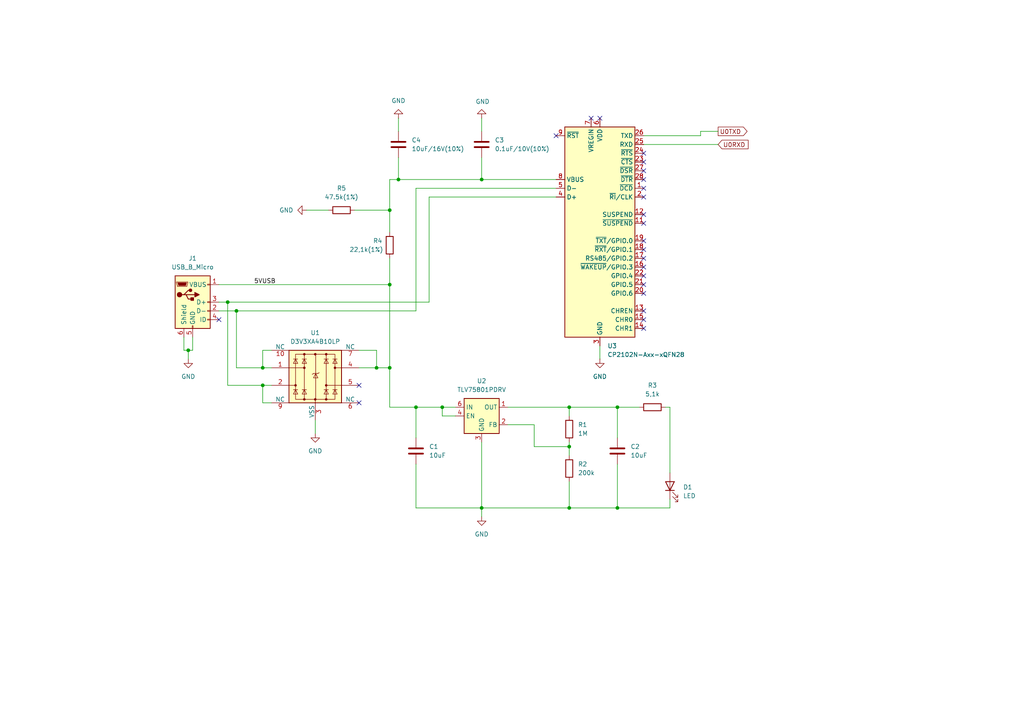
<source format=kicad_sch>
(kicad_sch (version 20231120) (generator "eeschema") (generator_version "8.0")
  (paper "A4")
  (title_block (title "Debugging") (date "2025-02-20") (rev "0.0.1"))
  (lib_symbols
    (symbol "Connector:USB_B_Micro" (pin_names (offset 1.016))
      (property "Reference" "J" (at -5.08 11.43 0))
      (property "Value" "USB_B_Micro" (at -5.08 8.89 0))
      (symbol "USB_B_Micro_0_1"
        (rectangle (start -5.08 -7.62) (end 5.08 7.62) (stroke (width 0.254)) (fill (type background)))
        (circle (center -3.81 2.159) (radius 0.635) (stroke (width 0.254)) (fill (type outline)))
        (circle (center -0.635 3.429) (radius 0.381) (stroke (width 0.254)) (fill (type outline)))
        (rectangle (start -0.127 -7.62) (end 0.127 -6.858))
        (polyline (pts (xy -1.905 2.159) (xy 0.635 2.159)) (stroke (width 0.254)))
        (polyline (pts (xy -3.175 2.159) (xy -2.54 2.159) (xy -1.27 3.429) (xy -0.635 3.429)) (stroke (width 0.254)))
        (polyline (pts (xy -2.54 2.159) (xy -1.905 2.159) (xy -1.27 0.889) (xy 0 0.889)) (stroke (width 0.254)))
        (polyline (pts (xy 0.635 2.794) (xy 0.635 1.524) (xy 1.905 2.159) (xy 0.635 2.794)) (stroke (width 0.254)) (fill (type outline)))
        (polyline (pts (xy -4.318 5.588) (xy -1.778 5.588) (xy -2.032 4.826) (xy -4.064 4.826) (xy -4.318 5.588)) (fill (type outline)))
        (polyline (pts (xy -4.699 5.842) (xy -4.699 5.588) (xy -4.445 4.826) (xy -4.445 4.572) (xy -1.651 4.572) (xy -1.651 4.826) (xy -1.397 5.588) (xy -1.397 5.842) (xy -4.699 5.842)))
        (rectangle (start 0.254 1.27) (end -0.508 0.508) (stroke (width 0.254)) (fill (type outline)))
        (rectangle (start 5.08 -5.207) (end 4.318 -4.953))
        (rectangle (start 5.08 -2.667) (end 4.318 -2.413))
        (rectangle (start 5.08 -0.127) (end 4.318 0.127))
        (rectangle (start 5.08 4.953) (end 4.318 5.207))
      )
      (symbol "USB_B_Micro_1_1"
        (pin power_out line (at 7.62 5.08 180) (length 2.54) (name "VBUS") (number "1"))
        (pin bidirectional line (at 7.62 -2.54 180) (length 2.54) (name "D-") (number "2"))
        (pin bidirectional line (at 7.62 0 180) (length 2.54) (name "D+") (number "3"))
        (pin passive line (at 7.62 -5.08 180) (length 2.54) (name "ID") (number "4"))
        (pin power_out line (at 0 -10.16 90) (length 2.54) (name "GND") (number "5"))
        (pin passive line (at -2.54 -10.16 90) (length 2.54) (name "Shield") (number "6"))
      )
    )
    (symbol "Device:C" (pin_numbers hide) (pin_names (offset 0.254))
      (property "Reference" "C" (at 0.635 2.54 0))
      (property "Value" "C" (at 0.635 -2.54 0))
      (symbol "C_0_1"
        (polyline (pts (xy -2.032 -0.762) (xy 2.032 -0.762)) (stroke (width 0.508)))
        (polyline (pts (xy -2.032 0.762) (xy 2.032 0.762)) (stroke (width 0.508)))
      )
      (symbol "C_1_1"
        (pin passive line (at 0 3.81 270) (length 2.794) (name "~") (number "1"))
        (pin passive line (at 0 -3.81 90) (length 2.794) (name "~") (number "2"))
      )
    )
    (symbol "Device:LED" (pin_numbers hide) (pin_names (offset 1.016) hide)
      (property "Reference" "D" (at 0 2.54 0))
      (property "Value" "LED" (at 0 -2.54 0))
      (symbol "LED_0_1"
        (polyline (pts (xy -1.27 -1.27) (xy -1.27 1.27)) (stroke (width 0.254)))
        (polyline (pts (xy -1.27 0) (xy 1.27 0)))
        (polyline (pts (xy 1.27 -1.27) (xy 1.27 1.27) (xy -1.27 0) (xy 1.27 -1.27)) (stroke (width 0.254)))
        (polyline (pts (xy -3.048 -0.762) (xy -4.572 -2.286) (xy -3.81 -2.286) (xy -4.572 -2.286) (xy -4.572 -1.524)))
        (polyline (pts (xy -1.778 -0.762) (xy -3.302 -2.286) (xy -2.54 -2.286) (xy -3.302 -2.286) (xy -3.302 -1.524)))
      )
      (symbol "LED_1_1"
        (pin passive line (at -3.81 0 0) (length 2.54) (name "K") (number "1"))
        (pin passive line (at 3.81 0 180) (length 2.54) (name "A") (number "2"))
      )
    )
    (symbol "Device:R" (pin_numbers hide) (pin_names (offset 0))
      (property "Reference" "R" (at 2.032 0 90))
      (property "Value" "R" (at 0 0 90))
      (symbol "R_0_1"
        (rectangle (start -1.016 -2.54) (end 1.016 2.54) (stroke (width 0.254)))
      )
      (symbol "R_1_1"
        (pin passive line (at 0 3.81 270) (length 1.27) (name "~") (number "1"))
        (pin passive line (at 0 -3.81 90) (length 1.27) (name "~") (number "2"))
      )
    )
    (symbol "Interface_USB:CP2102N-Axx-xQFN28"
      (property "Reference" "U" (at -8.89 31.75 0))
      (property "Value" "CP2102N-Axx-xQFN28" (at 12.7 31.75 0))
      (symbol "CP2102N-Axx-xQFN28_0_1"
        (rectangle (start -10.16 30.48) (end 10.16 -30.48) (stroke (width 0.254)) (fill (type background)))
      )
      (symbol "CP2102N-Axx-xQFN28_1_1"
        (pin input line (at 12.7 12.7 180) (length 2.54) (name "~{DCD}") (number "1"))
        (pin no_connect line (at -10.16 -27.94 0) (length 2.54) hide (name "NC") (number "10"))
        (pin output line (at 12.7 2.54 180) (length 2.54) (name "~{SUSPEND}") (number "11"))
        (pin output line (at 12.7 5.08 180) (length 2.54) (name "SUSPEND") (number "12"))
        (pin output line (at 12.7 -22.86 180) (length 2.54) (name "CHREN") (number "13"))
        (pin output line (at 12.7 -27.94 180) (length 2.54) (name "CHR1") (number "14"))
        (pin output line (at 12.7 -25.4 180) (length 2.54) (name "CHR0") (number "15"))
        (pin bidirectional line (at 12.7 -10.16 180) (length 2.54) (name "~{WAKEUP}/GPIO.3") (number "16"))
        (pin bidirectional line (at 12.7 -7.62 180) (length 2.54) (name "RS485/GPIO.2") (number "17"))
        (pin bidirectional line (at 12.7 -5.08 180) (length 2.54) (name "~{RXT}/GPIO.1") (number "18"))
        (pin bidirectional line (at 12.7 -2.54 180) (length 2.54) (name "~{TXT}/GPIO.0") (number "19"))
        (pin bidirectional line (at 12.7 10.16 180) (length 2.54) (name "~{RI}/CLK") (number "2"))
        (pin bidirectional line (at 12.7 -17.78 180) (length 2.54) (name "GPIO.6") (number "20"))
        (pin bidirectional line (at 12.7 -15.24 180) (length 2.54) (name "GPIO.5") (number "21"))
        (pin bidirectional line (at 12.7 -12.7 180) (length 2.54) (name "GPIO.4") (number "22"))
        (pin input line (at 12.7 20.32 180) (length 2.54) (name "~{CTS}") (number "23"))
        (pin output line (at 12.7 22.86 180) (length 2.54) (name "~{RTS}") (number "24"))
        (pin input line (at 12.7 25.4 180) (length 2.54) (name "RXD") (number "25"))
        (pin output line (at 12.7 27.94 180) (length 2.54) (name "TXD") (number "26"))
        (pin input line (at 12.7 17.78 180) (length 2.54) (name "~{DSR}") (number "27"))
        (pin output line (at 12.7 15.24 180) (length 2.54) (name "~{DTR}") (number "28"))
        (pin passive line (at 0 -33.02 90) (length 2.54) hide (name "GND") (number "29"))
        (pin power_in line (at 0 -33.02 90) (length 2.54) (name "GND") (number "3"))
        (pin bidirectional line (at -12.7 10.16 0) (length 2.54) (name "D+") (number "4"))
        (pin bidirectional line (at -12.7 12.7 0) (length 2.54) (name "D-") (number "5"))
        (pin power_in line (at 0 33.02 270) (length 2.54) (name "VDD") (number "6"))
        (pin power_in line (at -2.54 33.02 270) (length 2.54) (name "VREGIN") (number "7"))
        (pin input line (at -12.7 15.24 0) (length 2.54) (name "VBUS") (number "8"))
        (pin input line (at -12.7 27.94 0) (length 2.54) (name "~{RST}") (number "9"))
      )
    )
    (symbol "Power_Protection:D3V3XA4B10LP" (pin_names (offset 0))
      (property "Reference" "U" (at -0.635 8.89 0))
      (property "Value" "D3V3XA4B10LP" (at 8.89 -10.16 0))
      (symbol "D3V3XA4B10LP_0_0"
        (rectangle (start -5.715 6.477) (end 5.715 -6.604))
        (polyline (pts (xy -3.175 -6.604) (xy -3.175 6.477)))
        (polyline (pts (xy 0.127 6.477) (xy 0.127 -6.604)))
        (polyline (pts (xy 3.175 6.477) (xy 3.175 -6.604)))
      )
      (symbol "D3V3XA4B10LP_0_1"
        (rectangle (start -7.62 7.62) (end 7.62 -7.62) (stroke (width 0.254)) (fill (type background)))
        (circle (center -5.715 -2.54) (radius 0.2794) (fill (type outline)))
        (circle (center -3.175 -6.604) (radius 0.2794) (fill (type outline)))
        (circle (center -3.175 2.54) (radius 0.2794) (fill (type outline)))
        (circle (center -3.175 6.477) (radius 0.2794) (fill (type outline)))
        (circle (center 0 -6.604) (radius 0.2794) (fill (type outline)))
        (polyline (pts (xy -7.747 2.54) (xy -3.175 2.54)))
        (polyline (pts (xy -7.62 -2.54) (xy -5.715 -2.54)))
        (polyline (pts (xy -5.08 -3.81) (xy -6.35 -3.81)))
        (polyline (pts (xy -5.08 5.08) (xy -6.35 5.08)))
        (polyline (pts (xy -2.54 -3.81) (xy -3.81 -3.81)))
        (polyline (pts (xy -2.54 5.08) (xy -3.81 5.08)))
        (polyline (pts (xy -0.508 0.889) (xy -0.889 0.635)))
        (polyline (pts (xy 0 -6.604) (xy 0 -7.62)))
        (polyline (pts (xy 0.762 0.889) (xy -0.508 0.889)))
        (polyline (pts (xy 0.762 0.889) (xy 1.143 1.143)))
        (polyline (pts (xy 3.81 -3.81) (xy 2.54 -3.81)))
        (polyline (pts (xy 3.81 5.08) (xy 2.54 5.08)))
        (polyline (pts (xy 6.35 -3.81) (xy 5.08 -3.81)))
        (polyline (pts (xy 6.35 5.08) (xy 5.08 5.08)))
        (polyline (pts (xy 7.62 -2.54) (xy 3.175 -2.54)))
        (polyline (pts (xy 7.62 2.54) (xy 5.715 2.54)))
        (polyline (pts (xy -5.08 -5.08) (xy -6.35 -5.08) (xy -5.715 -3.81) (xy -5.08 -5.08)))
        (polyline (pts (xy -5.08 3.81) (xy -6.35 3.81) (xy -5.715 5.08) (xy -5.08 3.81)))
        (polyline (pts (xy -2.54 -5.08) (xy -3.81 -5.08) (xy -3.175 -3.81) (xy -2.54 -5.08)))
        (polyline (pts (xy -2.54 3.81) (xy -3.81 3.81) (xy -3.175 5.08) (xy -2.54 3.81)))
        (polyline (pts (xy 0.762 -0.381) (xy -0.508 -0.381) (xy 0.127 0.889) (xy 0.762 -0.381)))
        (polyline (pts (xy 3.81 -5.08) (xy 2.54 -5.08) (xy 3.175 -3.81) (xy 3.81 -5.08)))
        (polyline (pts (xy 3.81 3.81) (xy 2.54 3.81) (xy 3.175 5.08) (xy 3.81 3.81)))
        (polyline (pts (xy 6.35 -5.08) (xy 5.08 -5.08) (xy 5.715 -3.81) (xy 6.35 -5.08)))
        (polyline (pts (xy 6.35 3.81) (xy 5.08 3.81) (xy 5.715 5.08) (xy 6.35 3.81)))
        (circle (center 0 6.477) (radius 0.2794) (fill (type outline)))
        (circle (center 3.175 -6.604) (radius 0.2794) (fill (type outline)))
        (circle (center 3.175 -2.54) (radius 0.2794) (fill (type outline)))
        (circle (center 3.175 6.477) (radius 0.2794) (fill (type outline)))
        (circle (center 5.715 2.54) (radius 0.2794) (fill (type outline)))
      )
      (symbol "D3V3XA4B10LP_1_1"
        (pin passive line (at -12.7 2.54 0) (length 5.08) (name "~") (number "1"))
        (pin free line (at -12.7 7.62 0) (length 5.08) (name "NC") (number "10"))
        (pin passive line (at -12.7 -2.54 0) (length 5.08) (name "~") (number "2"))
        (pin power_in line (at 0 -12.7 90) (length 5.08) (name "VSS") (number "3"))
        (pin passive line (at 12.7 2.54 180) (length 5.08) (name "~") (number "4"))
        (pin passive line (at 12.7 -2.54 180) (length 5.08) (name "~") (number "5"))
        (pin free line (at 12.7 -7.62 180) (length 5.08) (name "NC") (number "6"))
        (pin free line (at 12.7 7.62 180) (length 5.08) (name "NC") (number "7"))
        (pin passive line (at 0 -12.7 90) (length 5.08) hide (name "VSS") (number "8"))
        (pin free line (at -12.7 -7.62 0) (length 5.08) (name "NC") (number "9"))
      )
    )
    (symbol "Regulator_Linear:TLV75801PDRV"
      (property "Reference" "U" (at -3.81 6.35 0))
      (property "Value" "TLV75801PDRV" (at 0 6.35 0))
      (symbol "TLV75801PDRV_0_1"
        (rectangle (start 5.08 -5.08) (end -5.08 5.08) (stroke (width 0.254)) (fill (type background)))
      )
      (symbol "TLV75801PDRV_1_1"
        (pin power_out line (at 7.62 2.54 180) (length 2.54) (name "OUT") (number "1"))
        (pin input line (at 7.62 -2.54 180) (length 2.54) (name "FB") (number "2"))
        (pin power_in line (at 0 -7.62 90) (length 2.54) (name "GND") (number "3"))
        (pin input line (at -7.62 0 0) (length 2.54) (name "EN") (number "4"))
        (pin no_connect line (at 5.08 0 180) (length 2.54) hide (name "DNC") (number "5"))
        (pin power_in line (at -7.62 2.54 0) (length 2.54) (name "IN") (number "6"))
        (pin passive line (at 0 -7.62 90) (length 2.54) hide (name "GND") (number "7"))
      )
    )
    (symbol "power:GND" (power) (pin_numbers hide) (pin_names (offset 0) hide)
      (property "Value" "GND" (at 0 -3.81 0))
      (symbol "GND_0_1"
        (polyline (pts (xy 0 0) (xy 0 -1.27) (xy 1.27 -1.27) (xy 0 -2.54) (xy -1.27 -1.27) (xy 0 -1.27)))
      )
      (symbol "GND_1_1"
        (pin power_in line (at 0 0 270) (length 0) (name "~") (number "1"))
      )
    )
  )
  (junction (at 76.2 106.68))
  (junction (at 113.03 106.68))
  (junction (at 109.22 106.68))
  (junction (at 115.57 52.07))
  (junction (at 113.03 82.55))
  (junction (at 68.58 90.17))
  (junction (at 179.07 118.11))
  (junction (at 66.04 87.63))
  (junction (at 139.7 52.07))
  (junction (at 139.7 147.32))
  (junction (at 113.03 60.96))
  (junction (at 165.1 118.11))
  (junction (at 120.65 118.11))
  (junction (at 76.2 111.76))
  (junction (at 128.27 118.11))
  (junction (at 54.61 101.6))
  (junction (at 179.07 147.32))
  (junction (at 165.1 129.54))
  (junction (at 165.1 147.32))
  (no_connect (at 186.69 46.99))
  (no_connect (at 161.29 39.37))
  (no_connect (at 186.69 69.85))
  (no_connect (at 186.69 92.71))
  (no_connect (at 186.69 85.09))
  (no_connect (at 63.5 92.71))
  (no_connect (at 186.69 72.39))
  (no_connect (at 186.69 57.15))
  (no_connect (at 104.14 116.84))
  (no_connect (at 186.69 44.45))
  (no_connect (at 186.69 54.61))
  (no_connect (at 186.69 95.25))
  (no_connect (at 186.69 90.17))
  (no_connect (at 186.69 77.47))
  (no_connect (at 173.99 34.29))
  (no_connect (at 104.14 111.76))
  (no_connect (at 186.69 82.55))
  (no_connect (at 186.69 80.01))
  (no_connect (at 171.45 34.29))
  (no_connect (at 186.69 74.93))
  (no_connect (at 186.69 49.53))
  (no_connect (at 186.69 64.77))
  (no_connect (at 186.69 62.23))
  (no_connect (at 186.69 52.07))
  (wire (pts (xy 53.34 97.79) (xy 53.34 101.6)))
  (wire (pts (xy 173.99 100.33) (xy 173.99 104.14)))
  (wire (pts (xy 139.7 45.72) (xy 139.7 52.07)))
  (wire (pts (xy 165.1 118.11) (xy 179.07 118.11)))
  (wire (pts (xy 194.31 147.32) (xy 179.07 147.32)))
  (wire (pts (xy 179.07 134.62) (xy 179.07 147.32)))
  (wire (pts (xy 179.07 147.32) (xy 165.1 147.32)))
  (wire (pts (xy 186.69 41.91) (xy 208.28 41.91)))
  (wire (pts (xy 203.2 38.1) (xy 208.28 38.1)))
  (wire (pts (xy 154.94 123.19) (xy 154.94 129.54)))
  (wire (pts (xy 120.65 118.11) (xy 113.03 118.11)))
  (wire (pts (xy 179.07 118.11) (xy 179.07 127)))
  (wire (pts (xy 63.5 90.17) (xy 68.58 90.17)))
  (wire (pts (xy 128.27 120.65) (xy 128.27 118.11)))
  (wire (pts (xy 78.74 111.76) (xy 76.2 111.76)))
  (wire (pts (xy 63.5 82.55) (xy 113.03 82.55)))
  (wire (pts (xy 54.61 101.6) (xy 55.88 101.6)))
  (wire (pts (xy 66.04 87.63) (xy 124.46 87.63)))
  (wire (pts (xy 115.57 45.72) (xy 115.57 52.07)))
  (wire (pts (xy 120.65 118.11) (xy 120.65 127)))
  (wire (pts (xy 109.22 106.68) (xy 104.14 106.68)))
  (wire (pts (xy 120.65 90.17) (xy 120.65 54.61)))
  (wire (pts (xy 104.14 101.6) (xy 109.22 101.6)))
  (wire (pts (xy 53.34 101.6) (xy 54.61 101.6)))
  (wire (pts (xy 179.07 118.11) (xy 185.42 118.11)))
  (wire (pts (xy 147.32 118.11) (xy 165.1 118.11)))
  (wire (pts (xy 120.65 54.61) (xy 161.29 54.61)))
  (wire (pts (xy 139.7 34.29) (xy 139.7 38.1)))
  (wire (pts (xy 113.03 74.93) (xy 113.03 82.55)))
  (wire (pts (xy 139.7 147.32) (xy 120.65 147.32)))
  (wire (pts (xy 132.08 120.65) (xy 128.27 120.65)))
  (wire (pts (xy 102.87 60.96) (xy 113.03 60.96)))
  (wire (pts (xy 139.7 147.32) (xy 139.7 149.86)))
  (wire (pts (xy 76.2 101.6) (xy 76.2 106.68)))
  (wire (pts (xy 68.58 90.17) (xy 120.65 90.17)))
  (wire (pts (xy 139.7 52.07) (xy 115.57 52.07)))
  (wire (pts (xy 165.1 129.54) (xy 165.1 132.08)))
  (wire (pts (xy 165.1 128.27) (xy 165.1 129.54)))
  (wire (pts (xy 120.65 147.32) (xy 120.65 134.62)))
  (wire (pts (xy 124.46 87.63) (xy 124.46 57.15)))
  (wire (pts (xy 147.32 123.19) (xy 154.94 123.19)))
  (wire (pts (xy 113.03 106.68) (xy 109.22 106.68)))
  (wire (pts (xy 78.74 106.68) (xy 76.2 106.68)))
  (wire (pts (xy 54.61 101.6) (xy 54.61 104.14)))
  (wire (pts (xy 124.46 57.15) (xy 161.29 57.15)))
  (wire (pts (xy 139.7 128.27) (xy 139.7 147.32)))
  (wire (pts (xy 109.22 101.6) (xy 109.22 106.68)))
  (wire (pts (xy 115.57 34.29) (xy 115.57 38.1)))
  (wire (pts (xy 76.2 116.84) (xy 76.2 111.76)))
  (wire (pts (xy 194.31 144.78) (xy 194.31 147.32)))
  (wire (pts (xy 128.27 118.11) (xy 132.08 118.11)))
  (wire (pts (xy 165.1 118.11) (xy 165.1 120.65)))
  (wire (pts (xy 76.2 111.76) (xy 66.04 111.76)))
  (wire (pts (xy 161.29 52.07) (xy 139.7 52.07)))
  (wire (pts (xy 113.03 82.55) (xy 113.03 106.68)))
  (wire (pts (xy 120.65 118.11) (xy 128.27 118.11)))
  (wire (pts (xy 165.1 147.32) (xy 139.7 147.32)))
  (wire (pts (xy 78.74 116.84) (xy 76.2 116.84)))
  (wire (pts (xy 154.94 129.54) (xy 165.1 129.54)))
  (wire (pts (xy 63.5 87.63) (xy 66.04 87.63)))
  (wire (pts (xy 78.74 101.6) (xy 76.2 101.6)))
  (wire (pts (xy 88.9 60.96) (xy 95.25 60.96)))
  (wire (pts (xy 68.58 106.68) (xy 68.58 90.17)))
  (wire (pts (xy 113.03 60.96) (xy 113.03 67.31)))
  (wire (pts (xy 66.04 111.76) (xy 66.04 87.63)))
  (wire (pts (xy 203.2 39.37) (xy 203.2 38.1)))
  (wire (pts (xy 193.04 118.11) (xy 194.31 118.11)))
  (wire (pts (xy 165.1 139.7) (xy 165.1 147.32)))
  (wire (pts (xy 113.03 118.11) (xy 113.03 106.68)))
  (wire (pts (xy 194.31 118.11) (xy 194.31 137.16)))
  (wire (pts (xy 115.57 52.07) (xy 113.03 52.07)))
  (wire (pts (xy 91.44 121.92) (xy 91.44 125.73)))
  (wire (pts (xy 76.2 106.68) (xy 68.58 106.68)))
  (wire (pts (xy 186.69 39.37) (xy 203.2 39.37)))
  (wire (pts (xy 113.03 52.07) (xy 113.03 60.96)))
  (wire (pts (xy 55.88 101.6) (xy 55.88 97.79)))
  (label "5VUSB" (at 73.66 82.55 0))
  (global_label "U0TXD" (shape output) (at 208.28 38.1 0) (property "Intersheetrefs" "${INTERSHEET_REFS}" (effects (hide yes))))
  (global_label "U0RXD" (shape input) (at 208.28 41.91 0) (property "Intersheetrefs" "${INTERSHEET_REFS}" (effects (hide yes))))
  (symbol (lib_id "Device:LED") (at 194.31 140.97 90) (unit 1)
    (property "Reference" "D1" (at 198.12 141.2874 90) (effects (justify right)))
    (property "Value" "LED" (at 198.12 143.8274 90) (effects (justify right)))
    (property "Description" "Light emitting diode" (effects (hide yes)))
  )
  (symbol (lib_id "power:GND") (at 91.44 125.73 0) (unit 1)
    (property "Reference" "#PWR02" (effects (hide yes)))
    (property "Value" "GND" (at 91.44 130.81 0))
    (property "Description" "Power symbol creates a global label with name \"GND\" , ground" (effects (hide yes)))
  )
  (symbol (lib_id "Device:C") (at 120.65 130.81 0) (unit 1)
    (property "Reference" "C1" (at 124.46 129.5399 0) (effects (justify left)))
    (property "Value" "10uF" (at 124.46 132.0799 0) (effects (justify left)))
    (property "Description" "Unpolarized capacitor" (effects (hide yes)))
  )
  (symbol (lib_id "power:GND") (at 139.7 34.29 180) (unit 1)
    (property "Reference" "#PWR07" (effects (hide yes)))
    (property "Value" "GND" (at 137.922 29.464 0) (effects (justify right)))
    (property "Description" "Power symbol creates a global label with name \"GND\" , ground" (effects (hide yes)))
  )
  (symbol (lib_id "Connector:USB_B_Micro") (at 55.88 87.63 0) (unit 1)
    (property "Reference" "J1" (at 55.88 74.93 0))
    (property "Value" "USB_B_Micro" (at 55.88 77.47 0))
    (property "Description" "USB Micro Type B connector" (effects (hide yes)))
  )
  (symbol (lib_id "power:GND") (at 173.99 104.14 0) (unit 1)
    (property "Reference" "#PWR04" (effects (hide yes)))
    (property "Value" "GND" (at 173.99 109.22 0))
    (property "Description" "Power symbol creates a global label with name \"GND\" , ground" (effects (hide yes)))
  )
  (symbol (lib_id "Device:C") (at 139.7 41.91 0) (unit 1)
    (property "Reference" "C3" (at 143.51 40.6399 0) (effects (justify left)))
    (property "Value" "0.1uF/10V(10%)" (at 143.51 43.1799 0) (effects (justify left)))
    (property "Description" "Unpolarized capacitor" (effects (hide yes)))
  )
  (symbol (lib_id "Device:R") (at 189.23 118.11 90) (unit 1)
    (property "Reference" "R3" (at 189.23 111.76 90))
    (property "Value" "5,1k" (at 189.23 114.3 90))
    (property "Description" "Resistor" (effects (hide yes)))
  )
  (symbol (lib_id "power:GND") (at 115.57 34.29 180) (unit 1)
    (property "Reference" "#PWR08" (effects (hide yes)))
    (property "Value" "GND" (at 115.57 29.21 0))
    (property "Description" "Power symbol creates a global label with name \"GND\" , ground" (effects (hide yes)))
  )
  (symbol (lib_id "power:GND") (at 54.61 104.14 0) (unit 1)
    (property "Reference" "#PWR01" (effects (hide yes)))
    (property "Value" "GND" (at 54.61 109.22 0))
    (property "Description" "Power symbol creates a global label with name \"GND\" , ground" (effects (hide yes)))
  )
  (symbol (lib_id "Device:R") (at 165.1 124.46 0) (unit 1)
    (property "Reference" "R1" (at 167.64 123.1899 0) (effects (justify left)))
    (property "Value" "1M" (at 167.64 125.7299 0) (effects (justify left)))
    (property "Description" "Resistor" (effects (hide yes)))
  )
  (symbol (lib_id "Device:C") (at 115.57 41.91 0) (unit 1)
    (property "Reference" "C4" (at 119.38 40.6399 0) (effects (justify left)))
    (property "Value" "10uF/16V(10%)" (at 119.38 43.1799 0) (effects (justify left)))
    (property "Description" "Unpolarized capacitor" (effects (hide yes)))
  )
  (symbol (lib_id "Device:R") (at 113.03 71.12 180) (unit 1)
    (property "Reference" "R4" (at 108.204 69.85 0) (effects (justify right)))
    (property "Value" "22,1k(1%)" (at 101.346 72.39 0) (effects (justify right)))
    (property "Description" "Resistor" (effects (hide yes)))
  )
  (symbol (lib_id "Power_Protection:D3V3XA4B10LP") (at 91.44 109.22 0) (unit 1)
    (property "Reference" "U1" (at 91.44 96.52 0))
    (property "Value" "D3V3XA4B10LP" (at 91.44 99.06 0))
    (property "Footprint" "Package_DFN_QFN:Diodes_UDFN-10_1.0x2.5mm_P0.5mm" (effects (hide yes)))
    (property "Datasheet" "https://www.diodes.com/assets/Datasheets/D3V3XA4B10LP.pdf" (effects (hide yes)))
    (property "Description" "4-Channel Low Capacitance TVS Diode Array, DFN-10" (effects (hide yes)))
  )
  (symbol (lib_id "Interface_USB:CP2102N-Axx-xQFN28") (at 173.99 67.31 0) (unit 1)
    (property "Reference" "U3" (at 176.1841 100.33 0) (effects (justify left)))
    (property "Value" "CP2102N-Axx-xQFN28" (at 176.1841 102.87 0) (effects (justify left)))
    (property "Footprint" "Package_DFN_QFN:QFN-28-1EP_5x5mm_P0.5mm_EP3.35x3.35mm" (effects (hide yes)))
    (property "Datasheet" "https://www.silabs.com/documents/public/data-sheets/cp2102n-datasheet.pdf" (effects (hide yes)))
    (property "Description" "USB to UART master bridge, QFN-28" (effects (hide yes)))
  )
  (symbol (lib_id "power:GND") (at 88.9 60.96 270) (unit 1)
    (property "Reference" "#PWR06" (effects (hide yes)))
    (property "Value" "GND" (at 85.09 60.9599 90) (effects (justify right)))
    (property "Description" "Power symbol creates a global label with name \"GND\" , ground" (effects (hide yes)))
  )
  (symbol (lib_id "Regulator_Linear:TLV75801PDRV") (at 139.7 120.65 0) (unit 1)
    (property "Reference" "U2" (at 139.7 110.49 0))
    (property "Value" "TLV75801PDRV" (at 139.7 113.03 0))
    (property "Footprint" "Package_SON:WSON-6-1EP_2x2mm_P0.65mm_EP1x1.6mm" (effects (hide yes)))
    (property "Datasheet" "https://www.ti.com/lit/ds/symlink/tlv758p.pdf" (effects (hide yes)))
    (property "Description" "500mA Low-Dropout Linear Regulator, Adjustable Output, WSON-6" (effects (hide yes)))
  )
  (symbol (lib_id "Device:R") (at 99.06 60.96 90) (unit 1)
    (property "Reference" "R5" (at 99.06 54.61 90))
    (property "Value" "47.5k(1%)" (at 99.06 57.15 90))
    (property "Description" "Resistor" (effects (hide yes)))
  )
  (symbol (lib_id "Device:R") (at 165.1 135.89 0) (unit 1)
    (property "Reference" "R2" (at 167.64 134.6199 0) (effects (justify left)))
    (property "Value" "200k" (at 167.64 137.1599 0) (effects (justify left)))
    (property "Description" "Resistor" (effects (hide yes)))
  )
  (symbol (lib_id "Device:C") (at 179.07 130.81 0) (unit 1)
    (property "Reference" "C2" (at 182.88 129.5399 0) (effects (justify left)))
    (property "Value" "10uF" (at 182.88 132.0799 0) (effects (justify left)))
    (property "Description" "Unpolarized capacitor" (effects (hide yes)))
  )
  (symbol (lib_id "power:GND") (at 139.7 149.86 0) (unit 1)
    (property "Reference" "#PWR03" (effects (hide yes)))
    (property "Value" "GND" (at 139.7 154.94 0))
    (property "Description" "Power symbol creates a global label with name \"GND\" , ground" (effects (hide yes)))
  )
)
</source>
